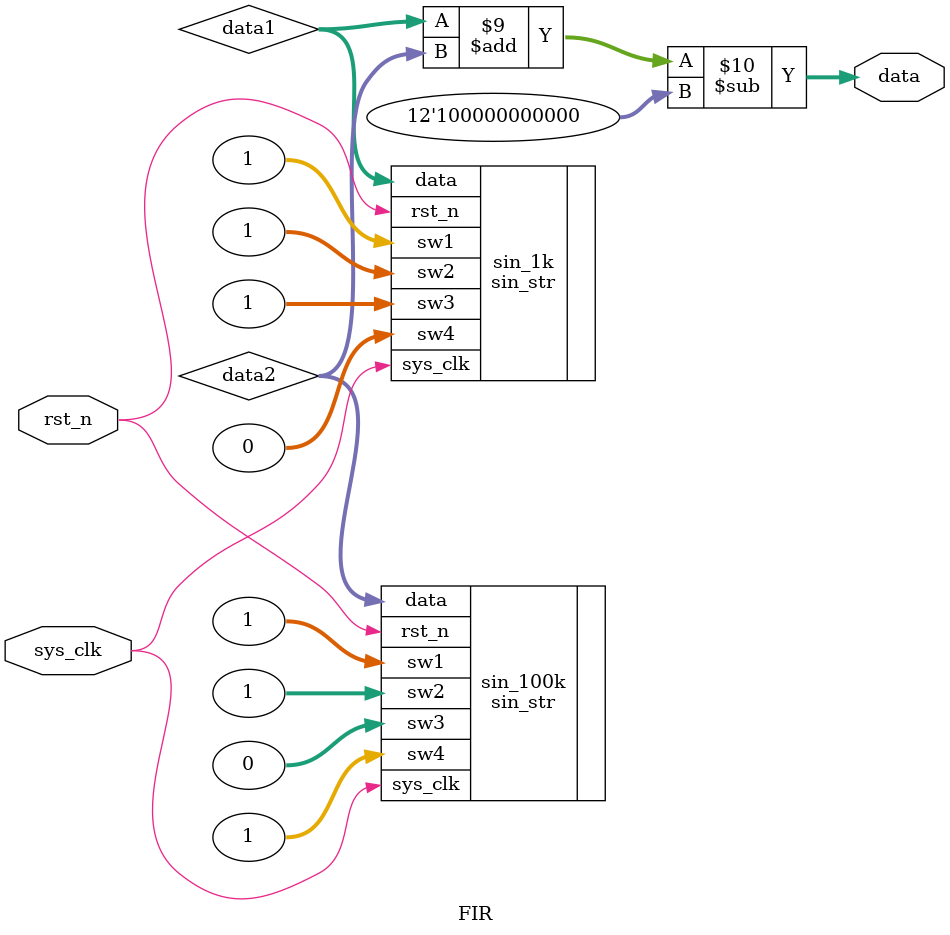
<source format=v>
module FIR(
	 input   	  		  sys_clk,//250k,即采样频率
    input   	  		  rst_n,
	 output wire [11:0] data//12位有符号数据
);
wire [10:0]  data1;
wire [10:0]  data2;

sin_str sin_1k(
    .sys_clk(sys_clk),
    .rst_n(rst_n),
    .sw1(1),
    .sw2(1),
    .sw3(1),
    .sw4(0),
    .data( data1)//rom出来的数据
    );

sin_str sin_100k(
    .sys_clk(sys_clk),
    .rst_n(rst_n),
    .sw1(1),
    .sw2(1),
    .sw3(0),
    .sw4(1),
    .data( data2)//rom出来的数据
    );
	 
assign data=data1+data2-12'd2048;  //拼接数据
endmodule

</source>
